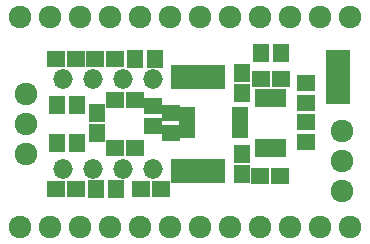
<source format=gts>
G04 (created by PCBNEW (2013-jul-07)-stable) date Mon 28 Dec 2015 12:37:34 PM PST*
%MOIN*%
G04 Gerber Fmt 3.4, Leading zero omitted, Abs format*
%FSLAX34Y34*%
G01*
G70*
G90*
G04 APERTURE LIST*
%ADD10C,0.00393701*%
%ADD11R,0.059048X0.055048*%
%ADD12R,0.055048X0.059048*%
%ADD13O,0.065748X0.065748*%
%ADD14R,0.055048X0.031448*%
%ADD15R,0.027548X0.062948*%
%ADD16O,0.075748X0.075748*%
%ADD17R,0.078748X0.061748*%
%ADD18R,0.061748X0.078748*%
G04 APERTURE END LIST*
G54D10*
G54D11*
X57358Y-39426D03*
X56690Y-39426D03*
X56690Y-41001D03*
X57358Y-41001D03*
G54D12*
X54761Y-39584D03*
X55429Y-39584D03*
X54761Y-40844D03*
X55429Y-40844D03*
X56079Y-40508D03*
X56079Y-39840D03*
X56060Y-42379D03*
X56728Y-42379D03*
X57359Y-38048D03*
X58027Y-38048D03*
G54D11*
X57969Y-39604D03*
X57969Y-40272D03*
X55389Y-42379D03*
X54721Y-42379D03*
X56689Y-38048D03*
X56021Y-38048D03*
G54D13*
X54973Y-41714D03*
X55973Y-41714D03*
X55973Y-38714D03*
X54973Y-38714D03*
X56973Y-41714D03*
X57973Y-41714D03*
X56973Y-38714D03*
X57973Y-38714D03*
G54D11*
X54721Y-38048D03*
X55389Y-38048D03*
X58224Y-42379D03*
X57556Y-42379D03*
X58559Y-40508D03*
X58559Y-39840D03*
G54D12*
X60921Y-41218D03*
X60921Y-41886D03*
G54D14*
X60867Y-39790D03*
X60867Y-40046D03*
X60867Y-40301D03*
X60867Y-40557D03*
X59087Y-40557D03*
X59087Y-40301D03*
X59087Y-40046D03*
X59087Y-39790D03*
G54D12*
X60921Y-38502D03*
X60921Y-39170D03*
G54D11*
X61532Y-41946D03*
X62200Y-41946D03*
X63047Y-38856D03*
X63047Y-39524D03*
X63047Y-40155D03*
X63047Y-40823D03*
G54D12*
X61572Y-37852D03*
X62240Y-37852D03*
G54D11*
X62240Y-38718D03*
X61572Y-38718D03*
G54D15*
X61482Y-39343D03*
X61738Y-39343D03*
X61993Y-39343D03*
X62249Y-39343D03*
X62249Y-41005D03*
X61993Y-41005D03*
X61738Y-41005D03*
X61482Y-41005D03*
G54D16*
X53532Y-36631D03*
X54532Y-36631D03*
X55532Y-36631D03*
X56532Y-36631D03*
X57532Y-36631D03*
X58532Y-36631D03*
X59532Y-36631D03*
X60532Y-36631D03*
X61532Y-36631D03*
X62532Y-36631D03*
X63532Y-36631D03*
X64532Y-36631D03*
X53532Y-43639D03*
X54532Y-43639D03*
X55532Y-43639D03*
X56532Y-43639D03*
X57532Y-43639D03*
X58532Y-43639D03*
X59532Y-43639D03*
X60532Y-43639D03*
X61532Y-43639D03*
X62532Y-43639D03*
X63532Y-43639D03*
X64532Y-43639D03*
X53717Y-39214D03*
X53717Y-40214D03*
X53717Y-41214D03*
G54D17*
X64110Y-38039D03*
X64110Y-38639D03*
X64110Y-39239D03*
G54D18*
X60065Y-38639D03*
X59465Y-38639D03*
X58865Y-38639D03*
X58865Y-41789D03*
X59465Y-41789D03*
X60065Y-41789D03*
G54D16*
X64268Y-40434D03*
X64268Y-41434D03*
X64268Y-42434D03*
M02*

</source>
